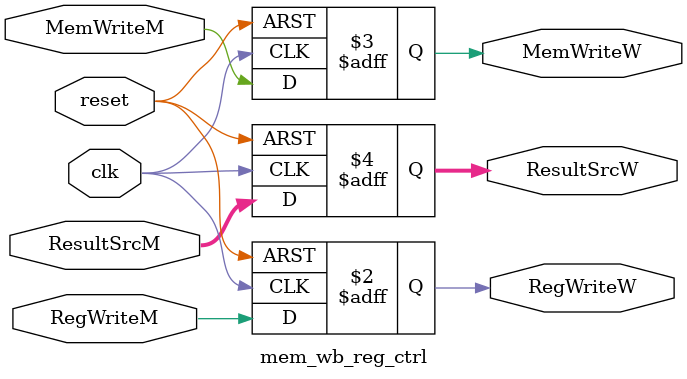
<source format=v>
`timescale 1ns / 1ps

module mem_wb_reg_ctrl(clk, reset, RegWriteM, MemWriteM, ResultSrcM,
                                   RegWriteW, MemWriteW, ResultSrcW);

    input clk, reset;
    input RegWriteM, MemWriteM;
    input [1:0] ResultSrcM;
    
    output reg RegWriteW, MemWriteW;
    output reg [1:0] ResultSrcW;

    always @(posedge clk or posedge reset) begin
        if (reset) begin
            RegWriteW  <= 0;
            MemWriteW  <= 0;
            ResultSrcW <= 0;
        end 
        
        else begin
            RegWriteW  <= RegWriteM;
            MemWriteW  <= MemWriteM;
            ResultSrcW <= ResultSrcM;
        end
    end
endmodule

</source>
